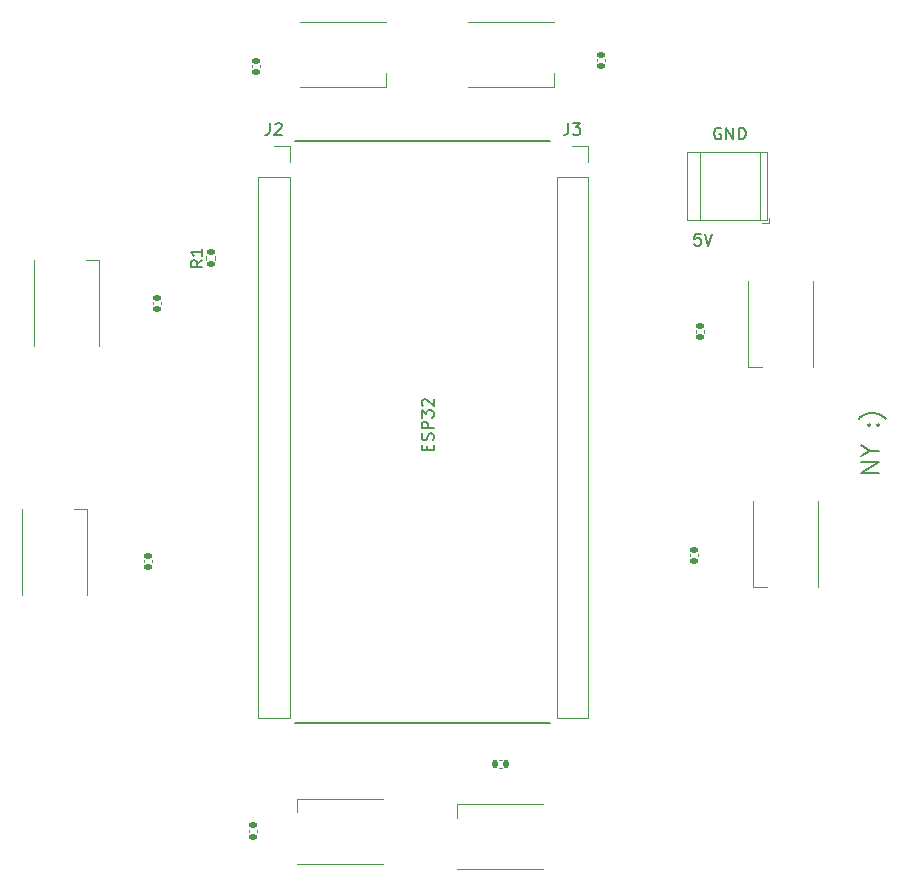
<source format=gto>
G04 #@! TF.GenerationSoftware,KiCad,Pcbnew,(6.0.8-1)-1*
G04 #@! TF.CreationDate,2023-08-07T08:14:13+01:00*
G04 #@! TF.ProjectId,LED LAMP,4c454420-4c41-44d5-902e-6b696361645f,rev?*
G04 #@! TF.SameCoordinates,Original*
G04 #@! TF.FileFunction,Legend,Top*
G04 #@! TF.FilePolarity,Positive*
%FSLAX46Y46*%
G04 Gerber Fmt 4.6, Leading zero omitted, Abs format (unit mm)*
G04 Created by KiCad (PCBNEW (6.0.8-1)-1) date 2023-08-07 08:14:13*
%MOMM*%
%LPD*%
G01*
G04 APERTURE LIST*
G04 Aperture macros list*
%AMRoundRect*
0 Rectangle with rounded corners*
0 $1 Rounding radius*
0 $2 $3 $4 $5 $6 $7 $8 $9 X,Y pos of 4 corners*
0 Add a 4 corners polygon primitive as box body*
4,1,4,$2,$3,$4,$5,$6,$7,$8,$9,$2,$3,0*
0 Add four circle primitives for the rounded corners*
1,1,$1+$1,$2,$3*
1,1,$1+$1,$4,$5*
1,1,$1+$1,$6,$7*
1,1,$1+$1,$8,$9*
0 Add four rect primitives between the rounded corners*
20,1,$1+$1,$2,$3,$4,$5,0*
20,1,$1+$1,$4,$5,$6,$7,0*
20,1,$1+$1,$6,$7,$8,$9,0*
20,1,$1+$1,$8,$9,$2,$3,0*%
G04 Aperture macros list end*
%ADD10C,0.150000*%
%ADD11C,0.120000*%
%ADD12R,1.500000X1.000000*%
%ADD13R,1.700000X1.700000*%
%ADD14O,1.700000X1.700000*%
%ADD15RoundRect,0.140000X0.170000X-0.140000X0.170000X0.140000X-0.170000X0.140000X-0.170000X-0.140000X0*%
%ADD16RoundRect,0.140000X0.140000X0.170000X-0.140000X0.170000X-0.140000X-0.170000X0.140000X-0.170000X0*%
%ADD17RoundRect,0.140000X-0.170000X0.140000X-0.170000X-0.140000X0.170000X-0.140000X0.170000X0.140000X0*%
%ADD18R,2.100000X2.100000*%
%ADD19C,2.100000*%
%ADD20RoundRect,0.135000X0.185000X-0.135000X0.185000X0.135000X-0.185000X0.135000X-0.185000X-0.135000X0*%
%ADD21R,1.000000X1.500000*%
G04 APERTURE END LIST*
D10*
X203454000Y-27127200D02*
X225094800Y-27178000D01*
X203454000Y-76454000D02*
X225094800Y-76403200D01*
X214680571Y-53344857D02*
X214680571Y-53011523D01*
X215204380Y-52868666D02*
X215204380Y-53344857D01*
X214204380Y-53344857D01*
X214204380Y-52868666D01*
X215156761Y-52487714D02*
X215204380Y-52344857D01*
X215204380Y-52106761D01*
X215156761Y-52011523D01*
X215109142Y-51963904D01*
X215013904Y-51916285D01*
X214918666Y-51916285D01*
X214823428Y-51963904D01*
X214775809Y-52011523D01*
X214728190Y-52106761D01*
X214680571Y-52297238D01*
X214632952Y-52392476D01*
X214585333Y-52440095D01*
X214490095Y-52487714D01*
X214394857Y-52487714D01*
X214299619Y-52440095D01*
X214252000Y-52392476D01*
X214204380Y-52297238D01*
X214204380Y-52059142D01*
X214252000Y-51916285D01*
X215204380Y-51487714D02*
X214204380Y-51487714D01*
X214204380Y-51106761D01*
X214252000Y-51011523D01*
X214299619Y-50963904D01*
X214394857Y-50916285D01*
X214537714Y-50916285D01*
X214632952Y-50963904D01*
X214680571Y-51011523D01*
X214728190Y-51106761D01*
X214728190Y-51487714D01*
X214204380Y-50582952D02*
X214204380Y-49963904D01*
X214585333Y-50297238D01*
X214585333Y-50154380D01*
X214632952Y-50059142D01*
X214680571Y-50011523D01*
X214775809Y-49963904D01*
X215013904Y-49963904D01*
X215109142Y-50011523D01*
X215156761Y-50059142D01*
X215204380Y-50154380D01*
X215204380Y-50440095D01*
X215156761Y-50535333D01*
X215109142Y-50582952D01*
X214299619Y-49582952D02*
X214252000Y-49535333D01*
X214204380Y-49440095D01*
X214204380Y-49202000D01*
X214252000Y-49106761D01*
X214299619Y-49059142D01*
X214394857Y-49011523D01*
X214490095Y-49011523D01*
X214632952Y-49059142D01*
X215204380Y-49630571D01*
X215204380Y-49011523D01*
X237807523Y-35012380D02*
X237331333Y-35012380D01*
X237283714Y-35488571D01*
X237331333Y-35440952D01*
X237426571Y-35393333D01*
X237664666Y-35393333D01*
X237759904Y-35440952D01*
X237807523Y-35488571D01*
X237855142Y-35583809D01*
X237855142Y-35821904D01*
X237807523Y-35917142D01*
X237759904Y-35964761D01*
X237664666Y-36012380D01*
X237426571Y-36012380D01*
X237331333Y-35964761D01*
X237283714Y-35917142D01*
X238140857Y-35012380D02*
X238474190Y-36012380D01*
X238807523Y-35012380D01*
X252900571Y-55230400D02*
X251400571Y-55230400D01*
X252900571Y-54373257D01*
X251400571Y-54373257D01*
X252186285Y-53373257D02*
X252900571Y-53373257D01*
X251400571Y-53873257D02*
X252186285Y-53373257D01*
X251400571Y-52873257D01*
X252757714Y-51230400D02*
X252829142Y-51158971D01*
X252900571Y-51230400D01*
X252829142Y-51301828D01*
X252757714Y-51230400D01*
X252900571Y-51230400D01*
X251972000Y-51230400D02*
X252043428Y-51158971D01*
X252114857Y-51230400D01*
X252043428Y-51301828D01*
X251972000Y-51230400D01*
X252114857Y-51230400D01*
X253472000Y-50658971D02*
X253400571Y-50587542D01*
X253186285Y-50444685D01*
X253043428Y-50373257D01*
X252829142Y-50301828D01*
X252472000Y-50230400D01*
X252186285Y-50230400D01*
X251829142Y-50301828D01*
X251614857Y-50373257D01*
X251472000Y-50444685D01*
X251257714Y-50587542D01*
X251186285Y-50658971D01*
X239522095Y-26068400D02*
X239426857Y-26020780D01*
X239284000Y-26020780D01*
X239141142Y-26068400D01*
X239045904Y-26163638D01*
X238998285Y-26258876D01*
X238950666Y-26449352D01*
X238950666Y-26592209D01*
X238998285Y-26782685D01*
X239045904Y-26877923D01*
X239141142Y-26973161D01*
X239284000Y-27020780D01*
X239379238Y-27020780D01*
X239522095Y-26973161D01*
X239569714Y-26925542D01*
X239569714Y-26592209D01*
X239379238Y-26592209D01*
X239998285Y-27020780D02*
X239998285Y-26020780D01*
X240569714Y-27020780D01*
X240569714Y-26020780D01*
X241045904Y-27020780D02*
X241045904Y-26020780D01*
X241284000Y-26020780D01*
X241426857Y-26068400D01*
X241522095Y-26163638D01*
X241569714Y-26258876D01*
X241617333Y-26449352D01*
X241617333Y-26592209D01*
X241569714Y-26782685D01*
X241522095Y-26877923D01*
X241426857Y-26973161D01*
X241284000Y-27020780D01*
X241045904Y-27020780D01*
X226608866Y-25631580D02*
X226608866Y-26345866D01*
X226561247Y-26488723D01*
X226466009Y-26583961D01*
X226323152Y-26631580D01*
X226227914Y-26631580D01*
X226989819Y-25631580D02*
X227608866Y-25631580D01*
X227275533Y-26012533D01*
X227418390Y-26012533D01*
X227513628Y-26060152D01*
X227561247Y-26107771D01*
X227608866Y-26203009D01*
X227608866Y-26441104D01*
X227561247Y-26536342D01*
X227513628Y-26583961D01*
X227418390Y-26631580D01*
X227132676Y-26631580D01*
X227037438Y-26583961D01*
X226989819Y-26536342D01*
X195624380Y-37250666D02*
X195148190Y-37584000D01*
X195624380Y-37822095D02*
X194624380Y-37822095D01*
X194624380Y-37441142D01*
X194672000Y-37345904D01*
X194719619Y-37298285D01*
X194814857Y-37250666D01*
X194957714Y-37250666D01*
X195052952Y-37298285D01*
X195100571Y-37345904D01*
X195148190Y-37441142D01*
X195148190Y-37822095D01*
X195624380Y-36298285D02*
X195624380Y-36869714D01*
X195624380Y-36584000D02*
X194624380Y-36584000D01*
X194767238Y-36679238D01*
X194862476Y-36774476D01*
X194910095Y-36869714D01*
X201342666Y-25638380D02*
X201342666Y-26352666D01*
X201295047Y-26495523D01*
X201199809Y-26590761D01*
X201056952Y-26638380D01*
X200961714Y-26638380D01*
X201771238Y-25733619D02*
X201818857Y-25686000D01*
X201914095Y-25638380D01*
X202152190Y-25638380D01*
X202247428Y-25686000D01*
X202295047Y-25733619D01*
X202342666Y-25828857D01*
X202342666Y-25924095D01*
X202295047Y-26066952D01*
X201723619Y-26638380D01*
X202342666Y-26638380D01*
D11*
X203868000Y-17062000D02*
X211168000Y-17062000D01*
X203868000Y-22562000D02*
X211168000Y-22562000D01*
X211168000Y-22562000D02*
X211168000Y-21412000D01*
X228272200Y-30219200D02*
X228272200Y-75999200D01*
X225612200Y-30219200D02*
X225612200Y-75999200D01*
X225612200Y-30219200D02*
X228272200Y-30219200D01*
X228272200Y-27619200D02*
X228272200Y-28949200D01*
X225612200Y-75999200D02*
X228272200Y-75999200D01*
X226942200Y-27619200D02*
X228272200Y-27619200D01*
X192130000Y-41001836D02*
X192130000Y-40786164D01*
X191410000Y-41001836D02*
X191410000Y-40786164D01*
X220958236Y-80268400D02*
X220742564Y-80268400D01*
X220958236Y-79548400D02*
X220742564Y-79548400D01*
X236876000Y-62122164D02*
X236876000Y-62337836D01*
X237596000Y-62122164D02*
X237596000Y-62337836D01*
X199792000Y-20720164D02*
X199792000Y-20935836D01*
X200512000Y-20720164D02*
X200512000Y-20935836D01*
X243640000Y-34118000D02*
X243640000Y-33718000D01*
X236660000Y-33878000D02*
X236660000Y-28098000D01*
X236660000Y-28098000D02*
X243400000Y-28098000D01*
X242880000Y-33878000D02*
X242880000Y-28098000D01*
X237780000Y-33878000D02*
X237780000Y-28098000D01*
X243400000Y-33878000D02*
X243400000Y-28098000D01*
X236660000Y-33878000D02*
X243400000Y-33878000D01*
X243000000Y-34118000D02*
X243640000Y-34118000D01*
X196722000Y-37237641D02*
X196722000Y-36930359D01*
X195962000Y-37237641D02*
X195962000Y-36930359D01*
X238104000Y-43173764D02*
X238104000Y-43389436D01*
X237384000Y-43173764D02*
X237384000Y-43389436D01*
X199538000Y-85677836D02*
X199538000Y-85462164D01*
X200258000Y-85677836D02*
X200258000Y-85462164D01*
X224477600Y-88805200D02*
X217177600Y-88805200D01*
X224477600Y-83305200D02*
X217177600Y-83305200D01*
X217177600Y-83305200D02*
X217177600Y-84455200D01*
X185884000Y-58326000D02*
X184734000Y-58326000D01*
X185884000Y-65626000D02*
X185884000Y-58326000D01*
X180384000Y-65626000D02*
X180384000Y-58326000D01*
X241852000Y-46322000D02*
X243002000Y-46322000D01*
X247352000Y-39022000D02*
X247352000Y-46322000D01*
X241852000Y-39022000D02*
X241852000Y-46322000D01*
X203006000Y-30226000D02*
X203006000Y-76006000D01*
X200346000Y-30226000D02*
X203006000Y-30226000D01*
X200346000Y-76006000D02*
X203006000Y-76006000D01*
X203006000Y-27626000D02*
X203006000Y-28956000D01*
X200346000Y-30226000D02*
X200346000Y-76006000D01*
X201676000Y-27626000D02*
X203006000Y-27626000D01*
X229002000Y-20212164D02*
X229002000Y-20427836D01*
X229722000Y-20212164D02*
X229722000Y-20427836D01*
X242258400Y-64965600D02*
X243408400Y-64965600D01*
X242258400Y-57665600D02*
X242258400Y-64965600D01*
X247758400Y-57665600D02*
X247758400Y-64965600D01*
X191368000Y-62630164D02*
X191368000Y-62845836D01*
X190648000Y-62630164D02*
X190648000Y-62845836D01*
X181400000Y-44544000D02*
X181400000Y-37244000D01*
X186900000Y-44544000D02*
X186900000Y-37244000D01*
X186900000Y-37244000D02*
X185750000Y-37244000D01*
X203614000Y-82848000D02*
X203614000Y-83998000D01*
X210914000Y-88348000D02*
X203614000Y-88348000D01*
X210914000Y-82848000D02*
X203614000Y-82848000D01*
X218092000Y-17062000D02*
X225392000Y-17062000D01*
X218092000Y-22562000D02*
X225392000Y-22562000D01*
X225392000Y-22562000D02*
X225392000Y-21412000D01*
%LPC*%
D12*
X209968000Y-21412000D03*
X209968000Y-18212000D03*
X205068000Y-18212000D03*
X205068000Y-21412000D03*
D13*
X226942200Y-28949200D03*
D14*
X226942200Y-31489200D03*
X226942200Y-34029200D03*
X226942200Y-36569200D03*
X226942200Y-39109200D03*
X226942200Y-41649200D03*
X226942200Y-44189200D03*
X226942200Y-46729200D03*
X226942200Y-49269200D03*
X226942200Y-51809200D03*
X226942200Y-54349200D03*
X226942200Y-56889200D03*
X226942200Y-59429200D03*
X226942200Y-61969200D03*
X226942200Y-64509200D03*
X226942200Y-67049200D03*
X226942200Y-69589200D03*
X226942200Y-72129200D03*
X226942200Y-74669200D03*
D15*
X191770000Y-41374000D03*
X191770000Y-40414000D03*
D16*
X221330400Y-79908400D03*
X220370400Y-79908400D03*
D17*
X237236000Y-61750000D03*
X237236000Y-62710000D03*
X200152000Y-20348000D03*
X200152000Y-21308000D03*
D18*
X240030000Y-32258000D03*
D19*
X240030000Y-29718000D03*
D20*
X196342000Y-37594000D03*
X196342000Y-36574000D03*
D17*
X237744000Y-42801600D03*
X237744000Y-43761600D03*
D15*
X199898000Y-86050000D03*
X199898000Y-85090000D03*
D12*
X218377600Y-84455200D03*
X218377600Y-87655200D03*
X223277600Y-87655200D03*
X223277600Y-84455200D03*
D21*
X184734000Y-59526000D03*
X181534000Y-59526000D03*
X181534000Y-64426000D03*
X184734000Y-64426000D03*
X243002000Y-45122000D03*
X246202000Y-45122000D03*
X246202000Y-40222000D03*
X243002000Y-40222000D03*
D13*
X201676000Y-28956000D03*
D14*
X201676000Y-31496000D03*
X201676000Y-34036000D03*
X201676000Y-36576000D03*
X201676000Y-39116000D03*
X201676000Y-41656000D03*
X201676000Y-44196000D03*
X201676000Y-46736000D03*
X201676000Y-49276000D03*
X201676000Y-51816000D03*
X201676000Y-54356000D03*
X201676000Y-56896000D03*
X201676000Y-59436000D03*
X201676000Y-61976000D03*
X201676000Y-64516000D03*
X201676000Y-67056000D03*
X201676000Y-69596000D03*
X201676000Y-72136000D03*
X201676000Y-74676000D03*
D17*
X229362000Y-19840000D03*
X229362000Y-20800000D03*
D21*
X243408400Y-63765600D03*
X246608400Y-63765600D03*
X246608400Y-58865600D03*
X243408400Y-58865600D03*
D17*
X191008000Y-62258000D03*
X191008000Y-63218000D03*
D21*
X185750000Y-38444000D03*
X182550000Y-38444000D03*
X182550000Y-43344000D03*
X185750000Y-43344000D03*
D12*
X204814000Y-83998000D03*
X204814000Y-87198000D03*
X209714000Y-87198000D03*
X209714000Y-83998000D03*
X224192000Y-21412000D03*
X224192000Y-18212000D03*
X219292000Y-18212000D03*
X219292000Y-21412000D03*
M02*

</source>
